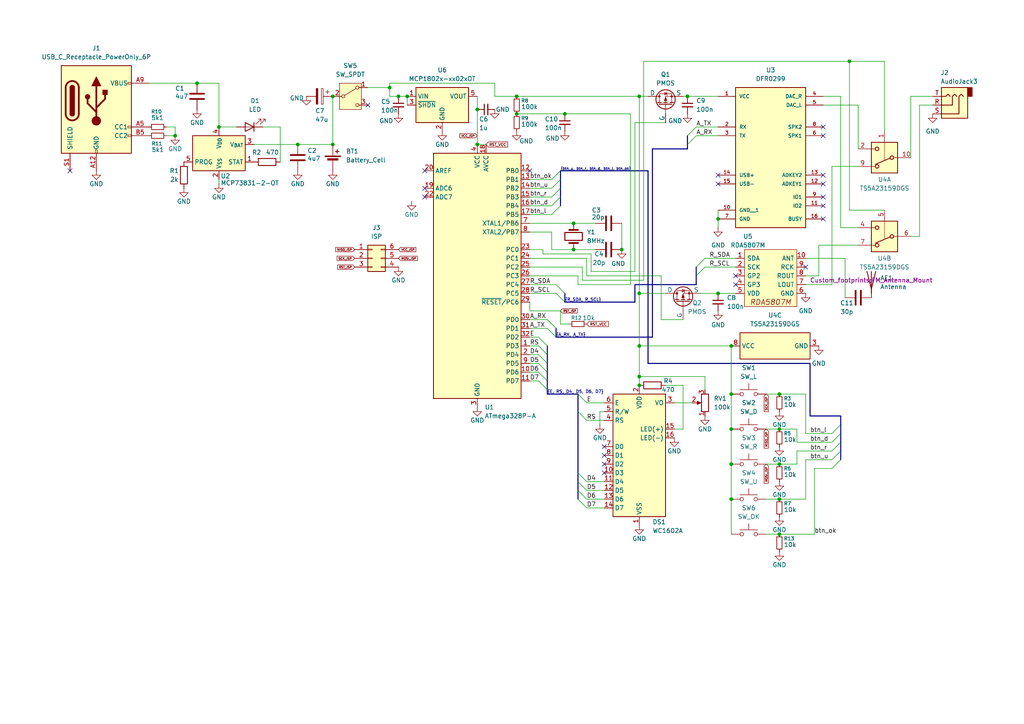
<source format=kicad_sch>
(kicad_sch (version 20250114) (generator "eeschema") (generator_version "9.0")
  (paper "A4")
  (junction (at 149.86 33.02))
  (junction (at 212.09 134.62))
  (junction (at 185.42 109.22))
  (junction (at 212.09 144.78))
  (junction (at 180.34 72.39))
  (junction (at 185.42 85.09))
  (junction (at 212.09 124.46))
  (junction (at 185.42 27.94))
  (junction (at 226.06 134.62))
  (junction (at 212.09 114.3))
  (junction (at 226.06 154.94))
  (junction (at 86.36 41.91))
  (junction (at 57.15 24.13))
  (junction (at 149.86 27.94))
  (junction (at 96.52 41.91))
  (junction (at 113.03 25.4))
  (junction (at 226.06 124.46))
  (junction (at 118.11 27.94))
  (junction (at 246.38 17.78))
  (junction (at 163.83 33.02))
  (junction (at 185.42 100.33))
  (junction (at 96.52 27.94))
  (junction (at 208.28 63.5))
  (junction (at 138.43 41.91))
  (junction (at 138.43 31.75))
  (junction (at 208.28 85.09))
  (junction (at 166.37 72.39))
  (junction (at 63.5 36.83))
  (junction (at 226.06 144.78))
  (junction (at 199.39 27.94))
  (junction (at 115.57 27.94))
  (junction (at 185.42 111.76))
  (junction (at 226.06 114.3))
  (junction (at 166.37 64.77))
  (junction (at 50.8 39.37))
  (junction (at 212.09 100.33))
  (no_connect (at 123.19 49.53))
  (no_connect (at 20.32 49.53))
  (no_connect (at 175.26 134.62))
  (no_connect (at 213.36 82.55))
  (no_connect (at 208.28 50.8))
  (no_connect (at 123.19 57.15))
  (no_connect (at 208.28 53.34))
  (no_connect (at 238.76 39.37))
  (no_connect (at 175.26 137.16))
  (no_connect (at 123.19 54.61))
  (no_connect (at 175.26 129.54))
  (no_connect (at 238.76 36.83))
  (no_connect (at 238.76 53.34))
  (no_connect (at 238.76 57.15))
  (no_connect (at 153.67 49.53))
  (no_connect (at 233.68 77.47))
  (no_connect (at 238.76 63.5))
  (no_connect (at 238.76 50.8))
  (no_connect (at 213.36 80.01))
  (no_connect (at 106.68 30.48))
  (no_connect (at 238.76 59.69))
  (no_connect (at 175.26 132.08))
  (bus_entry (at 167.64 139.7) (size 2.54 2.54))
  (bus_entry (at 162.56 54.61) (size -2.54 2.54))
  (bus_entry (at 162.56 52.07) (size -2.54 2.54))
  (bus_entry (at 167.64 144.78) (size 2.54 2.54))
  (bus_entry (at 199.39 39.37) (size 2.54 -2.54))
  (bus_entry (at 158.75 113.03) (size -2.54 -2.54))
  (bus_entry (at 158.75 105.41) (size -2.54 -2.54))
  (bus_entry (at 158.75 107.95) (size -2.54 -2.54))
  (bus_entry (at 162.56 59.69) (size -2.54 2.54))
  (bus_entry (at 243.84 130.81) (size -2.54 2.54))
  (bus_entry (at 243.84 128.27) (size -2.54 2.54))
  (bus_entry (at 158.75 102.87) (size -2.54 -2.54))
  (bus_entry (at 167.64 142.24) (size 2.54 2.54))
  (bus_entry (at 162.56 49.53) (size -2.54 2.54))
  (bus_entry (at 163.83 87.63) (size -2.54 -2.54))
  (bus_entry (at 163.83 85.09) (size -2.54 -2.54))
  (bus_entry (at 161.29 97.79) (size -2.54 -2.54))
  (bus_entry (at 158.75 100.33) (size -2.54 -2.54))
  (bus_entry (at 243.84 125.73) (size -2.54 2.54))
  (bus_entry (at 199.39 41.91) (size 2.54 -2.54))
  (bus_entry (at 243.84 133.35) (size -2.54 2.54))
  (bus_entry (at 158.75 110.49) (size -2.54 -2.54))
  (bus_entry (at 167.64 137.16) (size 2.54 2.54))
  (bus_entry (at 201.93 80.01) (size 2.54 -2.54))
  (bus_entry (at 167.64 114.3) (size 2.54 2.54))
  (bus_entry (at 167.64 119.38) (size 2.54 2.54))
  (bus_entry (at 201.93 77.47) (size 2.54 -2.54))
  (bus_entry (at 161.29 95.25) (size -2.54 -2.54))
  (bus_entry (at 162.56 57.15) (size -2.54 2.54))
  (bus_entry (at 243.84 123.19) (size -2.54 2.54))
  (wire (pts (xy 243.84 66.04) (xy 248.92 66.04)))
  (wire (pts (xy 48.26 39.37) (xy 50.8 39.37)))
  (wire (pts (xy 241.3 48.26) (xy 248.92 48.26)))
  (bus (pts (xy 162.56 52.07) (xy 162.56 49.53)))
  (wire (pts (xy 153.67 59.69) (xy 160.02 59.69)))
  (wire (pts (xy 163.83 33.02) (xy 182.88 33.02)))
  (wire (pts (xy 76.2 36.83) (xy 81.28 36.83)))
  (bus (pts (xy 167.64 142.24) (xy 167.64 144.78)))
  (bus (pts (xy 161.29 97.79) (xy 189.23 97.79)))
  (wire (pts (xy 170.18 80.01) (xy 191.77 80.01)))
  (bus (pts (xy 167.64 119.38) (xy 167.64 137.16)))
  (wire (pts (xy 50.8 39.37) (xy 50.8 36.83)))
  (wire (pts (xy 63.5 52.07) (xy 63.5 53.34)))
  (bus (pts (xy 158.75 100.33) (xy 158.75 102.87)))
  (wire (pts (xy 167.64 80.01) (xy 153.67 80.01)))
  (wire (pts (xy 168.91 77.47) (xy 168.91 81.28)))
  (bus (pts (xy 243.84 123.19) (xy 243.84 125.73)))
  (wire (pts (xy 43.18 24.13) (xy 57.15 24.13)))
  (wire (pts (xy 173.99 119.38) (xy 173.99 123.19)))
  (wire (pts (xy 170.18 80.01) (xy 170.18 74.93)))
  (wire (pts (xy 193.04 111.76) (xy 198.12 111.76)))
  (wire (pts (xy 231.14 134.62) (xy 231.14 130.81)))
  (wire (pts (xy 153.67 105.41) (xy 156.21 105.41)))
  (wire (pts (xy 171.45 73.66) (xy 157.48 73.66)))
  (wire (pts (xy 264.16 27.94) (xy 270.51 27.94)))
  (wire (pts (xy 186.69 17.78) (xy 186.69 81.28)))
  (wire (pts (xy 245.11 86.36) (xy 245.11 74.93)))
  (wire (pts (xy 212.09 100.33) (xy 212.09 114.3)))
  (wire (pts (xy 153.67 57.15) (xy 160.02 57.15)))
  (wire (pts (xy 226.06 134.62) (xy 231.14 134.62)))
  (wire (pts (xy 138.43 31.75) (xy 138.43 41.91)))
  (bus (pts (xy 199.39 39.37) (xy 199.39 41.91)))
  (wire (pts (xy 149.86 33.02) (xy 163.83 33.02)))
  (bus (pts (xy 163.83 87.63) (xy 184.15 87.63)))
  (wire (pts (xy 231.14 130.81) (xy 241.3 130.81)))
  (wire (pts (xy 167.64 82.55) (xy 167.64 80.01)))
  (wire (pts (xy 153.67 95.25) (xy 158.75 95.25)))
  (wire (pts (xy 162.56 93.98) (xy 165.1 93.98)))
  (wire (pts (xy 166.37 72.39) (xy 172.72 72.39)))
  (wire (pts (xy 248.92 71.12) (xy 237.49 71.12)))
  (wire (pts (xy 233.68 144.78) (xy 226.06 144.78)))
  (wire (pts (xy 191.77 92.71) (xy 191.77 80.01)))
  (wire (pts (xy 170.18 147.32) (xy 175.26 147.32)))
  (wire (pts (xy 236.22 135.89) (xy 236.22 154.94)))
  (wire (pts (xy 153.67 107.95) (xy 156.21 107.95)))
  (wire (pts (xy 86.36 41.91) (xy 96.52 41.91)))
  (wire (pts (xy 231.14 124.46) (xy 231.14 128.27)))
  (wire (pts (xy 180.34 64.77) (xy 180.34 72.39)))
  (bus (pts (xy 167.64 137.16) (xy 167.64 139.7)))
  (wire (pts (xy 157.48 72.39) (xy 157.48 73.66)))
  (wire (pts (xy 208.28 60.96) (xy 208.28 63.5)))
  (wire (pts (xy 238.76 27.94) (xy 243.84 27.94)))
  (wire (pts (xy 153.67 97.79) (xy 156.21 97.79)))
  (wire (pts (xy 63.5 24.13) (xy 63.5 36.83)))
  (bus (pts (xy 162.56 59.69) (xy 162.56 57.15)))
  (wire (pts (xy 231.14 128.27) (xy 241.3 128.27)))
  (wire (pts (xy 198.12 111.76) (xy 198.12 124.46)))
  (wire (pts (xy 233.68 82.55) (xy 241.3 82.55)))
  (wire (pts (xy 241.3 135.89) (xy 236.22 135.89)))
  (wire (pts (xy 185.42 85.09) (xy 193.04 85.09)))
  (wire (pts (xy 153.67 85.09) (xy 161.29 85.09)))
  (wire (pts (xy 195.58 116.84) (xy 200.66 116.84)))
  (wire (pts (xy 243.84 27.94) (xy 243.84 66.04)))
  (bus (pts (xy 243.84 130.81) (xy 243.84 133.35)))
  (bus (pts (xy 184.15 82.55) (xy 201.93 82.55)))
  (bus (pts (xy 161.29 95.25) (xy 161.29 97.79)))
  (wire (pts (xy 266.7 68.58) (xy 266.7 30.48)))
  (wire (pts (xy 50.8 36.83) (xy 48.26 36.83)))
  (wire (pts (xy 184.15 35.56) (xy 193.04 35.56)))
  (wire (pts (xy 153.67 52.07) (xy 160.02 52.07)))
  (wire (pts (xy 256.54 17.78) (xy 256.54 38.1)))
  (wire (pts (xy 185.42 109.22) (xy 185.42 111.76)))
  (wire (pts (xy 266.7 30.48) (xy 270.51 30.48)))
  (bus (pts (xy 167.64 139.7) (xy 167.64 142.24)))
  (wire (pts (xy 233.68 125.73) (xy 241.3 125.73)))
  (wire (pts (xy 182.88 33.02) (xy 182.88 82.55)))
  (wire (pts (xy 160.02 67.31) (xy 153.67 67.31)))
  (wire (pts (xy 246.38 17.78) (xy 256.54 17.78)))
  (bus (pts (xy 158.75 113.03) (xy 158.75 114.3)))
  (wire (pts (xy 246.38 17.78) (xy 246.38 60.96)))
  (wire (pts (xy 185.42 27.94) (xy 185.42 85.09)))
  (wire (pts (xy 106.68 25.4) (xy 113.03 25.4)))
  (bus (pts (xy 187.96 105.41) (xy 234.95 105.41)))
  (wire (pts (xy 264.16 68.58) (xy 266.7 68.58)))
  (wire (pts (xy 198.12 92.71) (xy 191.77 92.71)))
  (bus (pts (xy 201.93 77.47) (xy 201.93 80.01)))
  (wire (pts (xy 198.12 27.94) (xy 199.39 27.94)))
  (wire (pts (xy 63.5 36.83) (xy 68.58 36.83)))
  (wire (pts (xy 171.45 78.74) (xy 171.45 73.66)))
  (wire (pts (xy 173.99 119.38) (xy 175.26 119.38)))
  (wire (pts (xy 113.03 25.4) (xy 113.03 27.94)))
  (wire (pts (xy 237.49 80.01) (xy 233.68 80.01)))
  (wire (pts (xy 113.03 27.94) (xy 115.57 27.94)))
  (wire (pts (xy 248.92 30.48) (xy 248.92 43.18)))
  (bus (pts (xy 158.75 107.95) (xy 158.75 110.49)))
  (wire (pts (xy 160.02 72.39) (xy 166.37 72.39)))
  (wire (pts (xy 185.42 85.09) (xy 185.42 100.33)))
  (wire (pts (xy 204.47 113.03) (xy 204.47 109.22)))
  (wire (pts (xy 213.36 85.09) (xy 208.28 85.09)))
  (wire (pts (xy 171.45 78.74) (xy 184.15 78.74)))
  (bus (pts (xy 158.75 110.49) (xy 158.75 113.03)))
  (wire (pts (xy 203.2 85.09) (xy 208.28 85.09)))
  (wire (pts (xy 170.18 139.7) (xy 175.26 139.7)))
  (wire (pts (xy 226.06 154.94) (xy 236.22 154.94)))
  (wire (pts (xy 153.67 82.55) (xy 161.29 82.55)))
  (wire (pts (xy 204.47 109.22) (xy 185.42 109.22)))
  (wire (pts (xy 138.43 41.91) (xy 140.97 41.91)))
  (wire (pts (xy 226.06 124.46) (xy 222.25 124.46)))
  (wire (pts (xy 153.67 64.77) (xy 166.37 64.77)))
  (wire (pts (xy 153.67 110.49) (xy 156.21 110.49)))
  (bus (pts (xy 158.75 102.87) (xy 158.75 105.41)))
  (wire (pts (xy 226.06 134.62) (xy 222.25 134.62)))
  (bus (pts (xy 167.64 114.3) (xy 167.64 119.38)))
  (wire (pts (xy 264.16 45.72) (xy 264.16 27.94)))
  (wire (pts (xy 212.09 144.78) (xy 212.09 154.94)))
  (bus (pts (xy 162.56 49.53) (xy 187.96 49.53)))
  (wire (pts (xy 185.42 100.33) (xy 185.42 109.22)))
  (wire (pts (xy 241.3 82.55) (xy 241.3 48.26)))
  (wire (pts (xy 208.28 63.5) (xy 208.28 66.04)))
  (bus (pts (xy 158.75 114.3) (xy 167.64 114.3)))
  (bus (pts (xy 158.75 105.41) (xy 158.75 107.95)))
  (wire (pts (xy 143.51 24.13) (xy 143.51 27.94)))
  (bus (pts (xy 187.96 49.53) (xy 187.96 105.41)))
  (wire (pts (xy 233.68 133.35) (xy 233.68 144.78)))
  (wire (pts (xy 186.69 17.78) (xy 246.38 17.78)))
  (wire (pts (xy 187.96 27.94) (xy 185.42 27.94)))
  (wire (pts (xy 204.47 77.47) (xy 213.36 77.47)))
  (wire (pts (xy 160.02 72.39) (xy 160.02 67.31)))
  (wire (pts (xy 153.67 74.93) (xy 170.18 74.93)))
  (wire (pts (xy 153.67 62.23) (xy 160.02 62.23)))
  (wire (pts (xy 81.28 36.83) (xy 81.28 46.99)))
  (wire (pts (xy 237.49 71.12) (xy 237.49 80.01)))
  (wire (pts (xy 226.06 144.78) (xy 222.25 144.78)))
  (wire (pts (xy 226.06 154.94) (xy 222.25 154.94)))
  (wire (pts (xy 153.67 92.71) (xy 158.75 92.71)))
  (bus (pts (xy 243.84 120.65) (xy 243.84 123.19)))
  (wire (pts (xy 153.67 102.87) (xy 156.21 102.87)))
  (wire (pts (xy 233.68 114.3) (xy 233.68 125.73)))
  (wire (pts (xy 153.67 87.63) (xy 153.67 90.17)))
  (wire (pts (xy 198.12 124.46) (xy 195.58 124.46)))
  (bus (pts (xy 189.23 43.18) (xy 199.39 43.18)))
  (wire (pts (xy 246.38 60.96) (xy 256.54 60.96)))
  (wire (pts (xy 226.06 114.3) (xy 222.25 114.3)))
  (wire (pts (xy 162.56 90.17) (xy 162.56 93.98)))
  (wire (pts (xy 153.67 54.61) (xy 160.02 54.61)))
  (wire (pts (xy 143.51 27.94) (xy 149.86 27.94)))
  (wire (pts (xy 204.47 74.93) (xy 213.36 74.93)))
  (wire (pts (xy 153.67 90.17) (xy 162.56 90.17)))
  (wire (pts (xy 170.18 142.24) (xy 175.26 142.24)))
  (wire (pts (xy 170.18 121.92) (xy 175.26 121.92)))
  (wire (pts (xy 226.06 124.46) (xy 231.14 124.46)))
  (wire (pts (xy 153.67 77.47) (xy 168.91 77.47)))
  (wire (pts (xy 157.48 72.39) (xy 153.67 72.39)))
  (wire (pts (xy 170.18 116.84) (xy 175.26 116.84)))
  (bus (pts (xy 162.56 57.15) (xy 162.56 54.61)))
  (wire (pts (xy 212.09 124.46) (xy 212.09 134.62)))
  (wire (pts (xy 199.39 27.94) (xy 208.28 27.94)))
  (bus (pts (xy 184.15 87.63) (xy 184.15 82.55)))
  (wire (pts (xy 184.15 35.56) (xy 184.15 78.74)))
  (bus (pts (xy 199.39 41.91) (xy 199.39 43.18)))
  (bus (pts (xy 234.95 120.65) (xy 243.84 120.65)))
  (bus (pts (xy 163.83 85.09) (xy 163.83 87.63)))
  (wire (pts (xy 96.52 27.94) (xy 96.52 41.91)))
  (wire (pts (xy 57.15 24.13) (xy 63.5 24.13)))
  (wire (pts (xy 212.09 134.62) (xy 212.09 144.78)))
  (wire (pts (xy 212.09 114.3) (xy 212.09 124.46)))
  (wire (pts (xy 233.68 74.93) (xy 245.11 74.93)))
  (bus (pts (xy 234.95 105.41) (xy 234.95 120.65)))
  (wire (pts (xy 118.11 27.94) (xy 118.11 30.48)))
  (wire (pts (xy 113.03 24.13) (xy 113.03 25.4)))
  (wire (pts (xy 238.76 30.48) (xy 248.92 30.48)))
  (wire (pts (xy 185.42 100.33) (xy 212.09 100.33)))
  (bus (pts (xy 162.56 54.61) (xy 162.56 52.07)))
  (bus (pts (xy 201.93 80.01) (xy 201.93 82.55)))
  (wire (pts (xy 226.06 114.3) (xy 233.68 114.3)))
  (wire (pts (xy 168.91 81.28) (xy 186.69 81.28)))
  (wire (pts (xy 170.18 144.78) (xy 175.26 144.78)))
  (wire (pts (xy 149.86 27.94) (xy 185.42 27.94)))
  (bus (pts (xy 243.84 128.27) (xy 243.84 130.81)))
  (wire (pts (xy 113.03 24.13) (xy 143.51 24.13)))
  (bus (pts (xy 189.23 97.79) (xy 189.23 43.18)))
  (wire (pts (xy 166.37 64.77) (xy 172.72 64.77)))
  (wire (pts (xy 201.93 39.37) (xy 208.28 39.37)))
  (bus (pts (xy 243.84 125.73) (xy 243.84 128.27)))
  (wire (pts (xy 153.67 100.33) (xy 156.21 100.33)))
  (wire (pts (xy 201.93 36.83) (xy 208.28 36.83)))
  (wire (pts (xy 73.66 41.91) (xy 86.36 41.91)))
  (wire (pts (xy 115.57 27.94) (xy 118.11 27.94)))
  (wire (pts (xy 233.68 133.35) (xy 241.3 133.35)))
  (wire (pts (xy 182.88 82.55) (xy 167.64 82.55)))
  (wire (pts (xy 138.43 31.75) (xy 138.43 27.94)))
  (label "btn_l" (at 153.67 62.23 0))
  (label "btn_d" (at 153.67 59.69 0))
  (label "E" (at 153.67 97.79 0))
  (label "btn_l" (at 234.95 125.73 0))
  (label "D4" (at 170.18 139.7 0))
  (label "D5" (at 170.18 142.24 0))
  (label "btn_r" (at 234.95 130.81 0))
  (label "RS" (at 153.67 100.33 0))
  (label "{R_SDA, R_SCL}" (at 163.83 87.63 0) (effects (font (size 0.889 0.889))))
  (label "R_SDA" (at 205.74 74.93 0))
  (label "btn_u" (at 153.67 54.61 0))
  (label "D4" (at 153.67 102.87 0))
  (label "A_TX" (at 153.67 95.25 0))
  (label "A_RX" (at 201.93 39.37 0))
  (label "D7" (at 170.18 147.32 0))
  (label "btn_r" (at 153.67 57.15 0))
  (label "E" (at 170.18 116.84 0))
  (label "btn_ok" (at 236.22 154.94 0))
  (label "A_TX" (at 201.93 36.83 0))
  (label "btn_d" (at 234.95 128.27 0))
  (label "D5" (at 153.67 105.41 0))
  (label "D6" (at 153.67 107.95 0))
  (label "btn_ok" (at 153.67 52.07 0))
  (label "R_SDA" (at 153.67 82.55 0))
  (label "btn_u" (at 234.95 133.35 0))
  (label "R_SCL" (at 153.67 85.09 0))
  (label "D7" (at 153.67 110.49 0))
  (label "{btn_u, btn_r, btn_d, btn_l, btn_ok}" (at 162.56 49.53 0) (effects (font (size 0.762 0.762))))
  (label "R_SCL" (at 205.74 77.47 0))
  (label "D6" (at 170.18 144.78 0))
  (label "A_RX" (at 153.67 92.71 0))
  (label "RS" (at 170.18 121.92 0))
  (label "{E, RS, D4, D5, D6, D7}" (at 158.75 114.3 0) (effects (font (size 0.889 0.889))))
  (label "{A_RX, A_TX}" (at 161.29 97.79 0) (effects (font (size 0.889 0.889))))
  (global_label "MISO_ISP" (shape input) (at 102.87 72.39 180) (effects (font (size 0.635 0.635))) (property "Intersheetrefs" "${INTERSHEET_REFS}" (effects (hide yes))))
  (global_label "SCK_ISP" (shape input) (at 222.25 114.3 270) (effects (font (size 0.635 0.635))) (property "Intersheetrefs" "${INTERSHEET_REFS}" (effects (hide yes))))
  (global_label "MISO_ISP" (shape input) (at 222.25 124.46 270) (effects (font (size 0.635 0.635))) (property "Intersheetrefs" "${INTERSHEET_REFS}" (effects (hide yes))))
  (global_label "RST_VCC" (shape input) (at 170.18 93.98 0) (effects (font (size 0.762 0.762))) (property "Intersheetrefs" "${INTERSHEET_REFS}" (effects (hide yes))))
  (global_label "RST_ISP" (shape input) (at 162.56 90.17 0) (effects (font (size 0.635 0.635))) (property "Intersheetrefs" "${INTERSHEET_REFS}" (effects (hide yes))))
  (global_label "SCK_ISP" (shape input) (at 102.87 74.93 180) (effects (font (size 0.635 0.635))) (property "Intersheetrefs" "${INTERSHEET_REFS}" (effects (hide yes))))
  (global_label "RST_VCC" (shape input) (at 140.97 41.91 0) (effects (font (size 0.762 0.762))) (property "Intersheetrefs" "${INTERSHEET_REFS}" (effects (hide yes))))
  (global_label "VCC_ISP" (shape input) (at 115.57 72.39 0) (effects (font (size 0.635 0.635))) (property "Intersheetrefs" "${INTERSHEET_REFS}" (effects (hide yes))))
  (global_label "VCC_ISP" (shape input) (at 138.43 39.37 180) (effects (font (size 0.635 0.635))) (property "Intersheetrefs" "${INTERSHEET_REFS}" (effects (hide yes))))
  (global_label "MOSI_ISP" (shape input) (at 115.57 74.93 0) (effects (font (size 0.635 0.635))) (property "Intersheetrefs" "${INTERSHEET_REFS}" (effects (hide yes))))
  (global_label "MOSI_ISP" (shape input) (at 222.25 134.62 270) (effects (font (size 0.635 0.635))) (property "Intersheetrefs" "${INTERSHEET_REFS}" (effects (hide yes))))
  (global_label "RST_ISP" (shape input) (at 102.87 77.47 180) (effects (font (size 0.635 0.635))) (property "Intersheetrefs" "${INTERSHEET_REFS}" (effects (hide yes))))
  (symbol (lib_id "Device:R_Small") (at 226.06 116.84 0) (unit 1)
    (property "Reference" "R3" (at 227.33 115.57 0) (effects (font (size 1.016 1.016)) (justify left)))
    (property "Value" "10k" (at 227.33 117.348 0) (effects (justify left)))
    (property "Footprint" "Resistor_SMD:R_0805_2012Metric_Pad1.20x1.40mm_HandSolder" (effects (hide yes)))
    (property "Description" "Resistor, small symbol" (effects (hide yes)))
  )
  (symbol (lib_id "Device:R_Small") (at 149.86 35.56 0) (unit 1)
    (property "Reference" "R9" (at 151.13 34.29 0) (effects (font (size 1.016 1.016)) (justify left)))
    (property "Value" "100k" (at 151.13 36.068 0) (effects (justify left)))
    (property "Footprint" "Resistor_SMD:R_0805_2012Metric_Pad1.20x1.40mm_HandSolder" (effects (hide yes)))
    (property "Description" "Resistor, small symbol" (effects (hide yes)))
  )
  (symbol (lib_id "Device:C_Polarized") (at 92.71 27.94 270) (unit 1)
    (property "Reference" "C7" (at 91.44 32.1309 90) (effects (justify left)))
    (property "Value" "47u" (at 91.44 34.6709 90) (effects (justify left)))
    (property "Footprint" "Capacitor_THT:CP_Radial_D5.0mm_P2.50mm" (effects (hide yes)))
    (property "Description" "Polarized capacitor" (effects (hide yes)))
  )
  (symbol (lib_id "power:GND") (at 270.51 33.02 0) (unit 1)
    (property "Reference" "#PWR021" (effects (hide yes)))
    (property "Value" "GND" (at 270.51 38.1 0))
    (property "Description" "Power symbol creates a global label with name \"GND\" , ground" (effects (hide yes)))
  )
  (symbol (lib_id "Device:R") (at 53.34 50.8 180) (unit 1)
    (property "Reference" "R1" (at 50.546 49.53 0))
    (property "Value" "2k" (at 50.546 52.07 0))
    (property "Footprint" "Resistor_SMD:R_0805_2012Metric_Pad1.20x1.40mm_HandSolder" (effects (hide yes)))
    (property "Description" "Resistor" (effects (hide yes)))
  )
  (symbol (lib_id "power:GND") (at 204.47 120.65 0) (unit 1)
    (property "Reference" "#PWR014" (effects (hide yes)))
    (property "Value" "GND" (at 204.47 124.46 0))
    (property "Description" "Power symbol creates a global label with name \"GND\" , ground" (effects (hide yes)))
  )
  (symbol (lib_id "Device:C_Small") (at 140.97 31.75 90) (unit 1)
    (property "Reference" "C6" (at 138.938 34.544 90) (effects (justify right)))
    (property "Value" "1u" (at 138.938 37.084 90) (effects (justify right)))
    (property "Footprint" "Capacitor_SMD:C_0805_2012Metric_Pad1.18x1.45mm_HandSolder" (effects (hide yes)))
    (property "Description" "Unpolarized capacitor, small symbol" (effects (hide yes)))
  )
  (symbol (lib_id "Custom_symbols:RDA5807M") (at 215.9 72.39 0) (unit 1)
    (property "Reference" "U5" (at 216.916 68.58 0))
    (property "Value" "RDA5807M" (at 216.916 71.12 0))
    (property "Footprint" "Custom_footprints:RDA5807M Module" (effects (hide yes)))
  )
  (symbol (lib_id "Device:R") (at 189.23 111.76 90) (unit 1)
    (property "Reference" "R4" (at 193.802 110.49 90))
    (property "Value" "470" (at 193.802 113.03 90))
    (property "Footprint" "Resistor_SMD:R_0805_2012Metric_Pad1.20x1.40mm_HandSolder" (effects (hide yes)))
    (property "Description" "Resistor" (effects (hide yes)))
  )
  (symbol (lib_id "power:GND") (at 63.5 53.34 0) (unit 1)
    (property "Reference" "#PWR02" (effects (hide yes)))
    (property "Value" "GND" (at 63.5 57.15 0))
    (property "Description" "Power symbol creates a global label with name \"GND\" , ground" (effects (hide yes)))
  )
  (symbol (lib_id "Device:Crystal") (at 166.37 68.58 90) (unit 1)
    (property "Reference" "Y1" (at 170.18 67.3099 90) (effects (justify right)))
    (property "Value" "8MHz" (at 170.18 69.8499 90) (effects (justify right)))
    (property "Footprint" "Crystal:Crystal_HC49-4H_Vertical" (effects (hide yes)))
    (property "Description" "Two pin crystal" (effects (hide yes)))
  )
  (symbol (lib_id "Device:C") (at 176.53 64.77 90) (unit 1)
    (property "Reference" "C3" (at 172.974 60.96 90))
    (property "Value" "20p" (at 173.482 62.992 90))
    (property "Footprint" "Capacitor_SMD:C_0805_2012Metric_Pad1.18x1.45mm_HandSolder" (effects (hide yes)))
    (property "Description" "Unpolarized capacitor" (effects (hide yes)))
  )
  (symbol (lib_id "power:GND") (at 173.99 123.19 0) (unit 1)
    (property "Reference" "#PWR029" (effects (hide yes)))
    (property "Value" "GND" (at 173.99 127 0))
    (property "Description" "Power symbol creates a global label with name \"GND\" , ground" (effects (hide yes)))
  )
  (symbol (lib_id "Device:R_Potentiometer") (at 204.47 116.84 180) (unit 1)
    (property "Reference" "RV1" (at 207.01 115.5699 0) (effects (justify right)))
    (property "Value" "100k" (at 207.01 118.1099 0) (effects (justify right)))
    (property "Footprint" "Potentiometer_THT:Potentiometer_Bourns_3339P_Vertical" (effects (hide yes)))
    (property "Description" "Potentiometer" (effects (hide yes)))
  )
  (symbol (lib_id "power:GND") (at 237.49 100.33 0) (unit 1)
    (property "Reference" "#PWR018" (effects (hide yes)))
    (property "Value" "GND" (at 237.49 105.41 0))
    (property "Description" "Power symbol creates a global label with name \"GND\" , ground" (effects (hide yes)))
  )
  (symbol (lib_id "Device:C_Small") (at 115.57 30.48 0) (unit 1)
    (property "Reference" "C5" (at 110.49 29.464 0) (effects (justify left)))
    (property "Value" "100n" (at 110.49 32.004 0) (effects (justify left)))
    (property "Footprint" "Capacitor_SMD:C_0805_2012Metric_Pad1.18x1.45mm_HandSolder" (effects (hide yes)))
    (property "Description" "Unpolarized capacitor, small symbol" (effects (hide yes)))
  )
  (symbol (lib_id "Connector_Audio:AudioJack3") (at 275.59 30.48 180) (unit 1)
    (property "Reference" "J2" (at 272.796 21.082 0) (effects (justify right)))
    (property "Value" "AudioJack3" (at 272.796 23.622 0) (effects (justify right)))
    (property "Footprint" "Connector_Audio:Jack_3.5mm_CUI_SJ-3523-SMT_Horizontal" (effects (hide yes)))
    (property "Description" "Audio Jack, 3 Poles (Stereo / TRS)" (effects (hide yes)))
  )
  (symbol (lib_id "power:GND") (at 226.06 160.02 0) (unit 1)
    (property "Reference" "#PWR031" (effects (hide yes)))
    (property "Value" "GND" (at 226.06 163.83 0))
    (property "Description" "Power symbol creates a global label with name \"GND\" , ground" (effects (hide yes)))
  )
  (symbol (lib_id "MCU_Microchip_ATmega:ATmega328P-A") (at 138.43 80.01 0) (unit 1)
    (property "Reference" "U1" (at 140.5733 118.11 0) (effects (justify left)))
    (property "Value" "ATmega328P-A" (at 140.5733 120.65 0) (effects (justify left)))
    (property "Footprint" "Package_QFP:TQFP-32_7x7mm_P0.8mm" (effects (hide yes)))
    (property "Datasheet" "http://ww1.microchip.com/downloads/en/DeviceDoc/ATmega328_P%20AVR%20MCU%20with%20picoPower%20Technology%20Data%20Sheet%2040001984A.pdf" (effects (hide yes)))
    (property "Description" "20MHz, 32kB Flash, 2kB SRAM, 1kB EEPROM, TQFP-32" (effects (hide yes)))
  )
  (symbol (lib_id "Switch:SW_SPDT") (at 101.6 27.94 0) (unit 1)
    (property "Reference" "SW5" (at 101.6 19.05 0))
    (property "Value" "SW_SPDT" (at 101.6 21.59 0))
    (property "Footprint" "Button_Switch_THT:SW_Slide_SPDT_Angled_CK_OS102011MA1Q" (effects (hide yes)))
    (property "Description" "Switch, single pole double throw" (effects (hide yes)))
  )
  (symbol (lib_id "power:GND") (at 233.68 85.09 0) (unit 1)
    (property "Reference" "#PWR04" (effects (hide yes)))
    (property "Value" "GND" (at 233.68 90.17 0))
    (property "Description" "Power symbol creates a global label with name \"GND\" , ground" (effects (hide yes)))
  )
  (symbol (lib_id "power:GND") (at 115.57 77.47 0) (unit 1)
    (property "Reference" "#PWR030" (effects (hide yes)))
    (property "Value" "GND" (at 115.57 81.28 0))
    (property "Description" "Power symbol creates a global label with name \"GND\" , ground" (effects (hide yes)))
  )
  (symbol (lib_id "Device:R_Small") (at 226.06 137.16 0) (unit 1)
    (property "Reference" "R6" (at 227.33 135.89 0) (effects (font (size 1.016 1.016)) (justify left)))
    (property "Value" "10k" (at 227.33 137.668 0) (effects (justify left)))
    (property "Footprint" "Resistor_SMD:R_0805_2012Metric_Pad1.20x1.40mm_HandSolder" (effects (hide yes)))
    (property "Description" "Resistor, small symbol" (effects (hide yes)))
  )
  (symbol (lib_id "Device:R_Small") (at 167.64 93.98 90) (unit 1)
    (property "Reference" "R12" (at 165.608 92.202 90) (effects (font (size 1.016 1.016)) (justify right)))
    (property "Value" "10k" (at 168.91 92.202 90) (effects (justify right)))
    (property "Footprint" "Resistor_SMD:R_0805_2012Metric_Pad1.20x1.40mm_HandSolder" (effects (hide yes)))
    (property "Description" "Resistor, small symbol" (effects (hide yes)))
  )
  (symbol (lib_id "Connector:USB_C_Receptacle_PowerOnly_6P") (at 27.94 31.75 0) (unit 1)
    (property "Reference" "J1" (at 27.94 13.97 0))
    (property "Value" "USB_C_Receptacle_PowerOnly_6P" (at 27.94 16.51 0))
    (property "Footprint" "Connector_USB:USB_C_Receptacle_GCT_USB4125-xx-x-0190_6P_TopMnt_Horizontal" (effects (hide yes)))
    (property "Datasheet" "https://www.usb.org/sites/default/files/documents/usb_type-c.zip" (effects (hide yes)))
    (property "Description" "USB Power-Only 6P Type-C Receptacle connector" (effects (hide yes)))
  )
  (symbol (lib_id "power:GND") (at 86.36 49.53 0) (unit 1)
    (property "Reference" "#PWR07" (effects (hide yes)))
    (property "Value" "GND" (at 86.36 53.34 0))
    (property "Description" "Power symbol creates a global label with name \"GND\" , ground" (effects (hide yes)))
  )
  (symbol (lib_id "Device:C_Small") (at 199.39 30.48 0) (unit 1)
    (property "Reference" "C9" (at 201.93 29.2162 0) (effects (justify left)))
    (property "Value" "100n" (at 201.93 31.7562 0) (effects (justify left)))
    (property "Footprint" "Capacitor_SMD:C_0805_2012Metric_Pad1.18x1.45mm_HandSolder" (effects (hide yes)))
    (property "Description" "Unpolarized capacitor, small symbol" (effects (hide yes)))
  )
  (symbol (lib_id "Connector_Generic:Conn_02x03_Counter_Clockwise") (at 107.95 74.93 0) (unit 1)
    (property "Reference" "J3" (at 109.22 66.04 0))
    (property "Value" "ISP" (at 109.22 68.58 0))
    (property "Footprint" "Connector_PinHeader_2.54mm:PinHeader_2x03_P2.54mm_Vertical" (effects (hide yes)))
    (property "Description" "Generic connector, double row, 02x03, counter clockwise pin numbering scheme (similar to DIP package numbering), script generated (kicad-library-utils/schlib/autogen/connector/)" (effects (hide yes)))
  )
  (symbol (lib_id "power:GND") (at 195.58 127 0) (unit 1)
    (property "Reference" "#PWR012" (effects (hide yes)))
    (property "Value" "GND" (at 195.58 130.81 0))
    (property "Description" "Power symbol creates a global label with name \"GND\" , ground" (effects (hide yes)))
  )
  (symbol (lib_id "Switch:SW_Push") (at 217.17 144.78 0) (unit 1)
    (property "Reference" "SW4" (at 217.17 137.16 0))
    (property "Value" "SW_U" (at 217.17 139.7 0))
    (property "Footprint" "Button_Switch_SMD:SW_Push_1P1T_NO_CK_KSC9xxG" (effects (hide yes)))
    (property "Description" "Push button switch, generic, two pins" (effects (hide yes)))
  )
  (symbol (lib_id "Battery_Management:MCP73831-2-OT") (at 63.5 44.45 0) (unit 1)
    (property "Reference" "U2" (at 64.008 51.054 0) (effects (justify left)))
    (property "Value" "MCP73831-2-OT" (at 64.008 53.086 0) (effects (justify left)))
    (property "Footprint" "Package_TO_SOT_SMD:SOT-23-5" (effects (hide yes)))
    (property "Datasheet" "http://ww1.microchip.com/downloads/en/DeviceDoc/20001984g.pdf" (effects (hide yes)))
    (property "Description" "Single cell, Li-Ion/Li-Po charge management controller, 4.20V, Tri-State Status Output, in SOT23-5 package" (effects (hide yes)))
  )
  (symbol (lib_id "Analog_Switch:TS5A23159DGS") (at 256.54 45.72 180) (unit 1)
    (property "Reference" "U4" (at 256.54 52.07 0))
    (property "Value" "TS5A23159DGS" (at 256.54 54.61 0))
    (property "Footprint" "Package_SO:VSSOP-10_3x3mm_P0.5mm" (effects (hide yes)))
    (property "Datasheet" "http://www.ti.com/lit/ds/symlink/ts5a23159.pdf" (effects (hide yes)))
    (property "Description" "Dual SPDT 1ohm Bidirectional Analog Switch with Off protection, VSSOP-10" (effects (hide yes)))
  )
  (symbol (lib_id "power:GND") (at 57.15 31.75 0) (unit 1)
    (property "Reference" "#PWR03" (effects (hide yes)))
    (property "Value" "GND" (at 57.15 35.56 0))
    (property "Description" "Power symbol creates a global label with name \"GND\" , ground" (effects (hide yes)))
  )
  (symbol (lib_id "power:GND") (at 128.27 38.1 0) (unit 1)
    (property "Reference" "#PWR010" (effects (hide yes)))
    (property "Value" "GND" (at 128.27 41.91 0))
    (property "Description" "Power symbol creates a global label with name \"GND\" , ground" (effects (hide yes)))
  )
  (symbol (lib_id "Display_Character:WC1602A") (at 185.42 132.08 0) (unit 1)
    (property "Reference" "DS1" (at 189.23 151.384 0) (effects (justify left)))
    (property "Value" "WC1602A" (at 189.23 153.924 0) (effects (justify left)))
    (property "Footprint" "Connector_PinSocket_2.54mm:PinSocket_1x16_P2.54mm_Vertical" (effects (hide yes)))
    (property "Datasheet" "http://www.wincomlcd.com/pdf/WC1602A-SFYLYHTC06.pdf" (effects (hide yes)))
    (property "Description" "LCD 16x2 Alphanumeric , 8 bit parallel bus, 5V VDD" (effects (hide yes)))
  )
  (symbol (lib_id "power:GND") (at 50.8 39.37 0) (unit 1)
    (property "Reference" "#PWR028" (effects (hide yes)))
    (property "Value" "GND" (at 50.8 43.18 0))
    (property "Description" "Power symbol creates a global label with name \"GND\" , ground" (effects (hide yes)))
  )
  (symbol (lib_id "Analog_Switch:TS5A23159DGS") (at 256.54 68.58 180) (unit 2)
    (property "Reference" "U4" (at 256.54 74.93 0))
    (property "Value" "TS5A23159DGS" (at 256.54 77.47 0))
    (property "Footprint" "Package_SO:VSSOP-10_3x3mm_P0.5mm" (effects (hide yes)))
    (property "Datasheet" "http://www.ti.com/lit/ds/symlink/ts5a23159.pdf" (effects (hide yes)))
    (property "Description" "Dual SPDT 1ohm Bidirectional Analog Switch with Off protection, VSSOP-10" (effects (hide yes)))
  )
  (symbol (lib_id "Device:C") (at 86.36 45.72 0) (unit 1)
    (property "Reference" "C2" (at 89.154 43.688 0) (effects (justify left)))
    (property "Value" "4u7" (at 89.154 45.974 0) (effects (justify left)))
    (property "Footprint" "Capacitor_SMD:C_0805_2012Metric_Pad1.18x1.45mm_HandSolder" (effects (hide yes)))
    (property "Description" "Unpolarized capacitor" (effects (hide yes)))
  )
  (symbol (lib_id "Switch:SW_Push") (at 217.17 114.3 0) (unit 1)
    (property "Reference" "SW1" (at 217.17 106.68 0))
    (property "Value" "SW_L" (at 217.17 109.22 0))
    (property "Footprint" "Button_Switch_SMD:SW_Push_1P1T_NO_CK_KSC9xxG" (effects (hide yes)))
    (property "Description" "Push button switch, generic, two pins" (effects (hide yes)))
  )
  (symbol (lib_id "power:GND") (at 115.57 33.02 0) (unit 1)
    (property "Reference" "#PWR015" (effects (hide yes)))
    (property "Value" "GND" (at 112.014 35.052 0))
    (property "Description" "Power symbol creates a global label with name \"GND\" , ground" (effects (hide yes)))
  )
  (symbol (lib_id "Device:C_Small") (at 208.28 87.63 0) (unit 1)
    (property "Reference" "C8" (at 210.82 86.3662 0) (effects (justify left)))
    (property "Value" "100n" (at 210.82 88.9062 0) (effects (justify left)))
    (property "Footprint" "Capacitor_SMD:C_0805_2012Metric_Pad1.18x1.45mm_HandSolder" (effects (hide yes)))
    (property "Description" "Unpolarized capacitor, small symbol" (effects (hide yes)))
  )
  (symbol (lib_id "Device:LED") (at 72.39 36.83 180) (unit 1)
    (property "Reference" "D1" (at 73.9775 29.21 0))
    (property "Value" "LED" (at 73.9775 31.75 0))
    (property "Footprint" "LED_THT:LED_D5.0mm" (effects (hide yes)))
    (property "Description" "Light emitting diode" (effects (hide yes)))
    (property "Sim.Pins" "1=K 2=A" (effects (hide yes)))
  )
  (symbol (lib_id "Device:R_Small") (at 226.06 147.32 0) (unit 1)
    (property "Reference" "R7" (at 227.33 146.05 0) (effects (font (size 1.016 1.016)) (justify left)))
    (property "Value" "10k" (at 227.33 147.828 0) (effects (justify left)))
    (property "Footprint" "Resistor_SMD:R_0805_2012Metric_Pad1.20x1.40mm_HandSolder" (effects (hide yes)))
    (property "Description" "Resistor, small symbol" (effects (hide yes)))
  )
  (symbol (lib_id "power:GND") (at 163.83 38.1 0) (unit 1)
    (property "Reference" "#PWR027" (effects (hide yes)))
    (property "Value" "GND" (at 160.274 40.132 0))
    (property "Description" "Power symbol creates a global label with name \"GND\" , ground" (effects (hide yes)))
  )
  (symbol (lib_id "Analog_Switch:TS5A23159DGS") (at 224.79 100.33 90) (unit 3)
    (property "Reference" "U4" (at 224.79 91.44 90))
    (property "Value" "TS5A23159DGS" (at 224.79 93.98 90))
    (property "Footprint" "Package_SO:VSSOP-10_3x3mm_P0.5mm" (effects (hide yes)))
    (property "Datasheet" "http://www.ti.com/lit/ds/symlink/ts5a23159.pdf" (effects (hide yes)))
    (property "Description" "Dual SPDT 1ohm Bidirectional Analog Switch with Off protection, VSSOP-10" (effects (hide yes)))
  )
  (symbol (lib_id "Custom_symbols:DFR0299") (at 223.52 43.18 0) (unit 1)
    (property "Reference" "U3" (at 223.52 20.32 0))
    (property "Value" "DFR0299" (at 223.52 22.86 0))
    (property "Footprint" "Custom_footprints:MODULE_DFR0299" (effects (hide yes)))
    (property "Description" "Dfplayer - a Mini Mp3 Player" (effects (hide yes)))
    (property "MF" "DFRobot" (effects (hide yes)))
    (property "PACKAGE" "None" (effects (hide yes)))
    (property "PRICE" "None" (effects (hide yes)))
    (property "MP" "DFR0299" (effects (hide yes)))
    (property "AVAILABILITY" "Unavailable" (effects (hide yes)))
  )
  (symbol (lib_id "Device:R_Small") (at 226.06 157.48 0) (unit 1)
    (property "Reference" "R13" (at 227.33 156.21 0) (effects (font (size 1.016 1.016)) (justify left)))
    (property "Value" "10k" (at 227.33 157.988 0) (effects (justify left)))
    (property "Footprint" "Resistor_SMD:R_0805_2012Metric_Pad1.20x1.40mm_HandSolder" (effects (hide yes)))
    (property "Description" "Resistor, small symbol" (effects (hide yes)))
  )
  (symbol (lib_id "power:GND") (at 96.52 49.53 0) (unit 1)
    (property "Reference" "#PWR01" (effects (hide yes)))
    (property "Value" "GND" (at 96.52 53.34 0))
    (property "Description" "Power symbol creates a global label with name \"GND\" , ground" (effects (hide yes)))
  )
  (symbol (lib_id "power:GND") (at 27.94 49.53 0) (unit 1)
    (property "Reference" "#PWR05" (effects (hide yes)))
    (property "Value" "GND" (at 27.94 53.34 0))
    (property "Description" "Power symbol creates a global label with name \"GND\" , ground" (effects (hide yes)))
  )
  (symbol (lib_id "Device:R_Small") (at 226.06 127 0) (unit 1)
    (property "Reference" "R5" (at 227.33 125.73 0) (effects (font (size 1.016 1.016)) (justify left)))
    (property "Value" "10k" (at 227.33 127.508 0) (effects (justify left)))
    (property "Footprint" "Resistor_SMD:R_0805_2012Metric_Pad1.20x1.40mm_HandSolder" (effects (hide yes)))
    (property "Description" "Resistor, small symbol" (effects (hide yes)))
  )
  (symbol (lib_id "Device:C") (at 248.92 86.36 90) (unit 1)
    (property "Reference" "C11" (at 245.618 87.884 90))
    (property "Value" "30p" (at 245.618 90.424 90))
    (property "Footprint" "Capacitor_SMD:C_0805_2012Metric_Pad1.18x1.45mm_HandSolder" (effects (hide yes)))
    (property "Description" "Unpolarized capacitor" (effects (hide yes)))
  )
  (symbol (lib_id "power:GND") (at 149.86 38.1 0) (unit 1)
    (property "Reference" "#PWR026" (effects (hide yes)))
    (property "Value" "GND" (at 152.654 40.894 0))
    (property "Description" "Power symbol creates a global label with name \"GND\" , ground" (effects (hide yes)))
  )
  (symbol (lib_id "power:GND") (at 143.51 31.75 0) (unit 1)
    (property "Reference" "#PWR025" (effects (hide yes)))
    (property "Value" "GND" (at 145.796 31.75 0))
    (property "Description" "Power symbol creates a global label with name \"GND\" , ground" (effects (hide yes)))
  )
  (symbol (lib_id "power:GND") (at 53.34 54.61 0) (unit 1)
    (property "Reference" "#PWR06" (effects (hide yes)))
    (property "Value" "GND" (at 53.34 58.42 0))
    (property "Description" "Power symbol creates a global label with name \"GND\" , ground" (effects (hide yes)))
  )
  (symbol (lib_id "power:GND") (at 138.43 118.11 0) (unit 1)
    (property "Reference" "#PWR09" (effects (hide yes)))
    (property "Value" "GND" (at 138.43 121.92 0))
    (property "Description" "Power symbol creates a global label with name \"GND\" , ground" (effects (hide yes)))
  )
  (symbol (lib_id "power:GND") (at 226.06 149.86 0) (unit 1)
    (property "Reference" "#PWR024" (effects (hide yes)))
    (property "Value" "GND" (at 226.06 153.67 0))
    (property "Description" "Power symbol creates a global label with name \"GND\" , ground" (effects (hide yes)))
  )
  (symbol (lib_id "power:GND") (at 226.06 129.54 0) (unit 1)
    (property "Reference" "#PWR022" (effects (hide yes)))
    (property "Value" "GND" (at 226.06 133.35 0))
    (property "Description" "Power symbol creates a global label with name \"GND\" , ground" (effects (hide yes)))
  )
  (symbol (lib_id "Device:Antenna") (at 252.73 81.28 0) (unit 1)
    (property "Reference" "AE1" (at 255.27 80.6449 0) (effects (justify left)))
    (property "Value" "Antenna" (at 255.27 83.1849 0) (effects (justify left)))
    (property "Footprint" "Custom_footprints:FM_Antenna_Mount" (at 252.73 81.28 0))
    (property "Description" "Antenna" (effects (hide yes)))
  )
  (symbol (lib_id "power:GND") (at 208.28 66.04 0) (unit 1)
    (property "Reference" "#PWR017" (effects (hide yes)))
    (property "Value" "GND" (at 208.28 71.12 0))
    (property "Description" "Power symbol creates a global label with name \"GND\" , ground" (effects (hide yes)))
  )
  (symbol (lib_id "Device:Battery_Cell") (at 96.52 46.99 0) (unit 1)
    (property "Reference" "BT1" (at 100.33 43.8784 0) (effects (justify left)))
    (property "Value" "Battery_Cell" (at 100.33 46.4184 0) (effects (justify left)))
    (property "Footprint" "Connector_JST:JST_PH_B2B-PH-K_1x02_P2.00mm_Vertical" (effects (hide yes)))
    (property "Description" "Single-cell battery" (effects (hide yes)))
  )
  (symbol (lib_id "power:GND") (at 185.42 152.4 0) (unit 1)
    (property "Reference" "#PWR011" (effects (hide yes)))
    (property "Value" "GND" (at 185.42 156.21 0))
    (property "Description" "Power symbol creates a global label with name \"GND\" , ground" (effects (hide yes)))
  )
  (symbol (lib_id "power:GND") (at 88.9 27.94 0) (unit 1)
    (property "Reference" "#PWR016" (effects (hide yes)))
    (property "Value" "GND" (at 86.106 28.448 0))
    (property "Description" "Power symbol creates a global label with name \"GND\" , ground" (effects (hide yes)))
  )
  (symbol (lib_id "Regulator_Linear:MCP1802x-xx02xOT") (at 128.27 30.48 0) (unit 1)
    (property "Reference" "U6" (at 128.27 20.32 0))
    (property "Value" "MCP1802x-xx02xOT" (at 128.27 22.86 0))
    (property "Footprint" "Package_TO_SOT_SMD:SOT-23-5" (effects (hide yes)))
    (property "Datasheet" "http://ww1.microchip.com/downloads/en/DeviceDoc/22053C.pdf" (effects (hide yes)))
    (property "Description" "150mA, Tiny CMOS LDO With Shutdown, Fixed Voltage, SOT-23-5" (effects (hide yes)))
  )
  (symbol (lib_id "power:GND") (at 199.39 33.02 0) (unit 1)
    (property "Reference" "#PWR019" (effects (hide yes)))
    (property "Value" "GND" (at 195.834 35.052 0))
    (property "Description" "Power symbol creates a global label with name \"GND\" , ground" (effects (hide yes)))
  )
  (symbol (lib_id "Device:C") (at 57.15 27.94 0) (unit 1)
    (property "Reference" "C1" (at 50.8 25.654 0) (effects (justify left)))
    (property "Value" "4u7" (at 50.8 27.94 0) (effects (justify left)))
    (property "Footprint" "Capacitor_SMD:C_0805_2012Metric_Pad1.18x1.45mm_HandSolder" (effects (hide yes)))
    (property "Description" "Unpolarized capacitor" (effects (hide yes)))
  )
  (symbol (lib_id "power:GND") (at 180.34 72.39 0) (unit 1)
    (property "Reference" "#PWR08" (effects (hide yes)))
    (property "Value" "GND" (at 179.324 76.454 0))
    (property "Description" "Power symbol creates a global label with name \"GND\" , ground" (effects (hide yes)))
  )
  (symbol (lib_id "power:GND") (at 226.06 119.38 0) (unit 1)
    (property "Reference" "#PWR013" (effects (hide yes)))
    (property "Value" "GND" (at 226.06 123.19 0))
    (property "Description" "Power symbol creates a global label with name \"GND\" , ground" (effects (hide yes)))
  )
  (symbol (lib_id "Switch:SW_Push") (at 217.17 124.46 0) (unit 1)
    (property "Reference" "SW2" (at 217.17 116.84 0))
    (property "Value" "SW_D" (at 217.17 119.38 0))
    (property "Footprint" "Button_Switch_SMD:SW_Push_1P1T_NO_CK_KSC9xxG" (effects (hide yes)))
    (property "Description" "Push button switch, generic, two pins" (effects (hide yes)))
  )
  (symbol (lib_id "Device:R_Small") (at 45.72 36.83 90) (unit 1)
    (property "Reference" "R10" (at 43.815 32.385 90) (effects (font (size 1.016 1.016)) (justify right)))
    (property "Value" "5k1" (at 43.815 34.163 90) (effects (justify right)))
    (property "Footprint" "Resistor_SMD:R_0805_2012Metric_Pad1.20x1.40mm_HandSolder" (effects (hide yes)))
    (property "Description" "Resistor, small symbol" (effects (hide yes)))
  )
  (symbol (lib_id "Simulation_SPICE:PMOS") (at 193.04 30.48 90) (unit 1)
    (property "Reference" "Q1" (at 193.04 21.59 90))
    (property "Value" "PMOS" (at 193.04 24.13 90))
    (property "Footprint" "Package_TO_SOT_SMD:SOT-23_Handsoldering" (effects (hide yes)))
    (property "Datasheet" "https://ngspice.sourceforge.io/docs/ngspice-html-manual/manual.xhtml#cha_MOSFETs" (effects (hide yes)))
    (property "Description" "P-MOSFET transistor, drain/source/gate" (effects (hide yes)))
    (property "Sim.Device" "PMOS" (effects (hide yes)))
    (property "Sim.Type" "VDMOS" (effects (hide yes)))
    (property "Sim.Pins" "1=D 2=G 3=S" (effects (hide yes)))
  )
  (symbol (lib_id "Device:R_Small") (at 45.72 39.37 90) (unit 1)
    (property "Reference" "R11" (at 43.942 41.656 90) (effects (font (size 1.016 1.016)) (justify right)))
    (property "Value" "5k1" (at 43.942 43.434 90) (effects (justify right)))
    (property "Footprint" "Resistor_SMD:R_0805_2012Metric_Pad1.20x1.40mm_HandSolder" (effects (hide yes)))
    (property "Description" "Resistor, small symbol" (effects (hide yes)))
  )
  (symbol (lib_id "power:GND") (at 119.38 58.42 0) (unit 1)
    (property "Reference" "#PWR032" (effects (hide yes)))
    (property "Value" "GND" (at 119.38 62.23 0))
    (property "Description" "Power symbol creates a global label with name \"GND\" , ground" (effects (hide yes)))
  )
  (symbol (lib_id "Device:R") (at 77.47 46.99 90) (unit 1)
    (property "Reference" "R2" (at 74.422 44.196 90))
    (property "Value" "470" (at 78.994 44.196 90))
    (property "Footprint" "Resistor_SMD:R_0805_2012Metric_Pad1.20x1.40mm_HandSolder" (effects (hide yes)))
    (property "Description" "Resistor" (effects (hide yes)))
  )
  (symbol (lib_id "power:GND") (at 226.06 139.7 0) (unit 1)
    (property "Reference" "#PWR023" (effects (hide yes)))
    (property "Value" "GND" (at 226.06 143.51 0))
    (property "Description" "Power symbol creates a global label with name \"GND\" , ground" (effects (hide yes)))
  )
  (symbol (lib_id "Switch:SW_Push") (at 217.17 134.62 0) (unit 1)
    (property "Reference" "SW3" (at 217.17 127 0))
    (property "Value" "SW_R" (at 217.17 129.54 0))
    (property "Footprint" "Button_Switch_SMD:SW_Push_1P1T_NO_CK_KSC9xxG" (effects (hide yes)))
    (property "Description" "Push button switch, generic, two pins" (effects (hide yes)))
  )
  (symbol (lib_id "Device:R_Small") (at 149.86 30.48 0) (unit 1)
    (property "Reference" "R8" (at 151.13 29.21 0) (effects (font (size 1.016 1.016)) (justify left)))
    (property "Value" "100k" (at 151.13 30.988 0) (effects (justify left)))
    (property "Footprint" "Resistor_SMD:R_0805_2012Metric_Pad1.20x1.40mm_HandSolder" (effects (hide yes)))
    (property "Description" "Resistor, small symbol" (effects (hide yes)))
  )
  (symbol (lib_id "Switch:SW_Push") (at 217.17 154.94 0) (unit 1)
    (property "Reference" "SW6" (at 217.17 147.32 0))
    (property "Value" "SW_OK" (at 217.17 149.86 0))
    (property "Footprint" "Button_Switch_SMD:SW_Push_1P1T_NO_CK_KSC9xxG" (effects (hide yes)))
    (property "Description" "Push button switch, generic, two pins" (effects (hide yes)))
  )
  (symbol (lib_id "Device:C") (at 176.53 72.39 90) (unit 1)
    (property "Reference" "C4" (at 173.736 73.66 90))
    (property "Value" "20p" (at 173.736 76.2 90))
    (property "Footprint" "Capacitor_SMD:C_0805_2012Metric_Pad1.18x1.45mm_HandSolder" (effects (hide yes)))
    (property "Description" "Unpolarized capacitor" (effects (hide yes)))
  )
  (symbol (lib_id "Device:C_Small") (at 163.83 35.56 0) (unit 1)
    (property "Reference" "C10" (at 157.988 34.544 0) (effects (justify left)))
    (property "Value" "100n" (at 157.988 37.084 0) (effects (justify left)))
    (property "Footprint" "Capacitor_SMD:C_0805_2012Metric_Pad1.18x1.45mm_HandSolder" (effects (hide yes)))
    (property "Description" "Unpolarized capacitor, small symbol" (effects (hide yes)))
  )
  (symbol (lib_id "power:GND") (at 208.28 90.17 0) (unit 1)
    (property "Reference" "#PWR020" (effects (hide yes)))
    (property "Value" "GND" (at 208.28 94.234 0))
    (property "Description" "Power symbol creates a global label with name \"GND\" , ground" (effects (hide yes)))
  )
  (symbol (lib_id "Simulation_SPICE:PMOS") (at 198.12 87.63 90) (unit 1)
    (property "Reference" "Q2" (at 202.184 87.884 90))
    (property "Value" "PMOS" (at 202.184 90.424 90))
    (property "Footprint" "Package_TO_SOT_SMD:SOT-23_Handsoldering" (effects (hide yes)))
    (property "Datasheet" "https://ngspice.sourceforge.io/docs/ngspice-html-manual/manual.xhtml#cha_MOSFETs" (effects (hide yes)))
    (property "Description" "P-MOSFET transistor, drain/source/gate" (effects (hide yes)))
    (property "Sim.Device" "PMOS" (effects (hide yes)))
    (property "Sim.Type" "VDMOS" (effects (hide yes)))
    (property "Sim.Pins" "1=D 2=G 3=S" (effects (hide yes)))
  )
)
</source>
